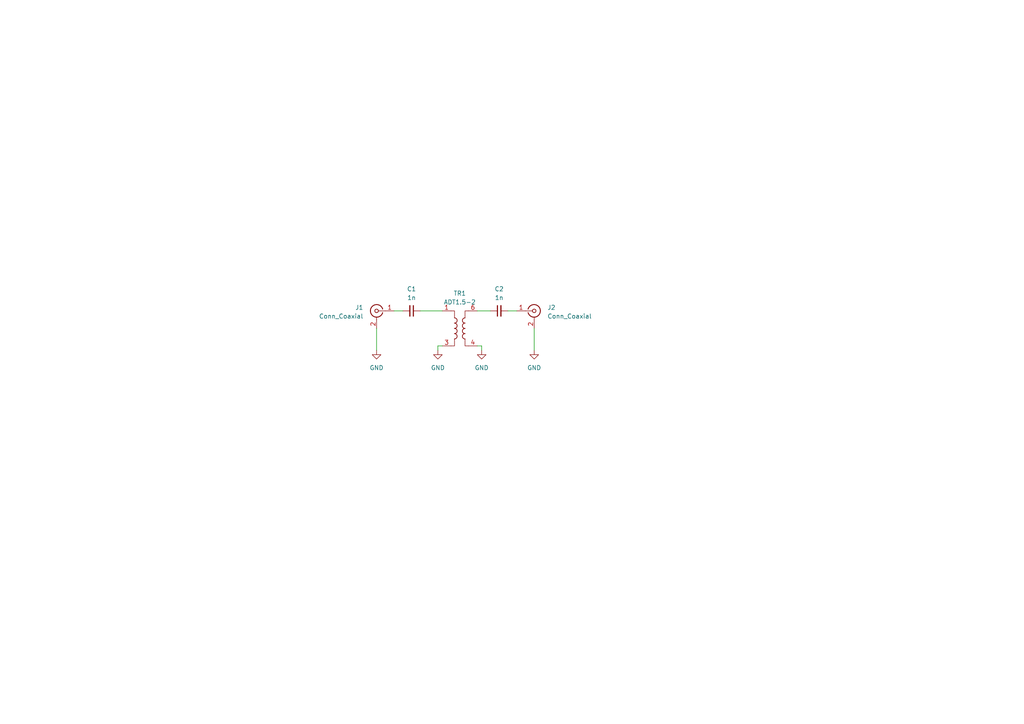
<source format=kicad_sch>
(kicad_sch
	(version 20250114)
	(generator "eeschema")
	(generator_version "9.0")
	(uuid "e644cc4c-0a4b-4588-9be3-92ade4582067")
	(paper "A4")
	(lib_symbols
		(symbol "Connector:Conn_Coaxial"
			(pin_names
				(offset 1.016)
				(hide yes)
			)
			(exclude_from_sim no)
			(in_bom yes)
			(on_board yes)
			(property "Reference" "J"
				(at 0.254 3.048 0)
				(effects
					(font
						(size 1.27 1.27)
					)
				)
			)
			(property "Value" "Conn_Coaxial"
				(at 2.921 0 90)
				(effects
					(font
						(size 1.27 1.27)
					)
				)
			)
			(property "Footprint" ""
				(at 0 0 0)
				(effects
					(font
						(size 1.27 1.27)
					)
					(hide yes)
				)
			)
			(property "Datasheet" "~"
				(at 0 0 0)
				(effects
					(font
						(size 1.27 1.27)
					)
					(hide yes)
				)
			)
			(property "Description" "coaxial connector (BNC, SMA, SMB, SMC, Cinch/RCA, LEMO, ...)"
				(at 0 0 0)
				(effects
					(font
						(size 1.27 1.27)
					)
					(hide yes)
				)
			)
			(property "ki_keywords" "BNC SMA SMB SMC LEMO coaxial connector CINCH RCA MCX MMCX U.FL UMRF"
				(at 0 0 0)
				(effects
					(font
						(size 1.27 1.27)
					)
					(hide yes)
				)
			)
			(property "ki_fp_filters" "*BNC* *SMA* *SMB* *SMC* *Cinch* *LEMO* *UMRF* *MCX* *U.FL*"
				(at 0 0 0)
				(effects
					(font
						(size 1.27 1.27)
					)
					(hide yes)
				)
			)
			(symbol "Conn_Coaxial_0_1"
				(polyline
					(pts
						(xy -2.54 0) (xy -0.508 0)
					)
					(stroke
						(width 0)
						(type default)
					)
					(fill
						(type none)
					)
				)
				(arc
					(start 1.778 0)
					(mid 0.222 -1.8079)
					(end -1.778 -0.508)
					(stroke
						(width 0.254)
						(type default)
					)
					(fill
						(type none)
					)
				)
				(arc
					(start -1.778 0.508)
					(mid 0.2221 1.8084)
					(end 1.778 0)
					(stroke
						(width 0.254)
						(type default)
					)
					(fill
						(type none)
					)
				)
				(circle
					(center 0 0)
					(radius 0.508)
					(stroke
						(width 0.2032)
						(type default)
					)
					(fill
						(type none)
					)
				)
				(polyline
					(pts
						(xy 0 -2.54) (xy 0 -1.778)
					)
					(stroke
						(width 0)
						(type default)
					)
					(fill
						(type none)
					)
				)
			)
			(symbol "Conn_Coaxial_1_1"
				(pin passive line
					(at -5.08 0 0)
					(length 2.54)
					(name "In"
						(effects
							(font
								(size 1.27 1.27)
							)
						)
					)
					(number "1"
						(effects
							(font
								(size 1.27 1.27)
							)
						)
					)
				)
				(pin passive line
					(at 0 -5.08 90)
					(length 2.54)
					(name "Ext"
						(effects
							(font
								(size 1.27 1.27)
							)
						)
					)
					(number "2"
						(effects
							(font
								(size 1.27 1.27)
							)
						)
					)
				)
			)
			(embedded_fonts no)
		)
		(symbol "Device:C_Small"
			(pin_numbers
				(hide yes)
			)
			(pin_names
				(offset 0.254)
				(hide yes)
			)
			(exclude_from_sim no)
			(in_bom yes)
			(on_board yes)
			(property "Reference" "C"
				(at 0.254 1.778 0)
				(effects
					(font
						(size 1.27 1.27)
					)
					(justify left)
				)
			)
			(property "Value" "C_Small"
				(at 0.254 -2.032 0)
				(effects
					(font
						(size 1.27 1.27)
					)
					(justify left)
				)
			)
			(property "Footprint" ""
				(at 0 0 0)
				(effects
					(font
						(size 1.27 1.27)
					)
					(hide yes)
				)
			)
			(property "Datasheet" "~"
				(at 0 0 0)
				(effects
					(font
						(size 1.27 1.27)
					)
					(hide yes)
				)
			)
			(property "Description" "Unpolarized capacitor, small symbol"
				(at 0 0 0)
				(effects
					(font
						(size 1.27 1.27)
					)
					(hide yes)
				)
			)
			(property "ki_keywords" "capacitor cap"
				(at 0 0 0)
				(effects
					(font
						(size 1.27 1.27)
					)
					(hide yes)
				)
			)
			(property "ki_fp_filters" "C_*"
				(at 0 0 0)
				(effects
					(font
						(size 1.27 1.27)
					)
					(hide yes)
				)
			)
			(symbol "C_Small_0_1"
				(polyline
					(pts
						(xy -1.524 0.508) (xy 1.524 0.508)
					)
					(stroke
						(width 0.3048)
						(type default)
					)
					(fill
						(type none)
					)
				)
				(polyline
					(pts
						(xy -1.524 -0.508) (xy 1.524 -0.508)
					)
					(stroke
						(width 0.3302)
						(type default)
					)
					(fill
						(type none)
					)
				)
			)
			(symbol "C_Small_1_1"
				(pin passive line
					(at 0 2.54 270)
					(length 2.032)
					(name "~"
						(effects
							(font
								(size 1.27 1.27)
							)
						)
					)
					(number "1"
						(effects
							(font
								(size 1.27 1.27)
							)
						)
					)
				)
				(pin passive line
					(at 0 -2.54 90)
					(length 2.032)
					(name "~"
						(effects
							(font
								(size 1.27 1.27)
							)
						)
					)
					(number "2"
						(effects
							(font
								(size 1.27 1.27)
							)
						)
					)
				)
			)
			(embedded_fonts no)
		)
		(symbol "Transformer:ADT1.5-2"
			(pin_names
				(hide yes)
			)
			(exclude_from_sim no)
			(in_bom yes)
			(on_board yes)
			(property "Reference" "TR"
				(at 0 6.35 0)
				(effects
					(font
						(size 1.27 1.27)
					)
				)
			)
			(property "Value" "ADT1.5-2"
				(at 0 -6.35 0)
				(effects
					(font
						(size 1.27 1.27)
					)
				)
			)
			(property "Footprint" "RF_Mini-Circuits:Mini-Circuits_CD636_H4.11mm"
				(at 0 -8.89 0)
				(effects
					(font
						(size 1.27 1.27)
					)
					(hide yes)
				)
			)
			(property "Datasheet" "https://www.minicircuits.com/pdfs/ADT1.5-2+.pdf"
				(at 0 0 0)
				(effects
					(font
						(size 1.27 1.27)
					)
					(hide yes)
				)
			)
			(property "Description" "0.3-225MHz 1:1.5 RF Transformer, Balanced to Balanced, CD636"
				(at 0 0 0)
				(effects
					(font
						(size 1.27 1.27)
					)
					(hide yes)
				)
			)
			(property "ki_keywords" "Mini-Circuits RF Transformer"
				(at 0 0 0)
				(effects
					(font
						(size 1.27 1.27)
					)
					(hide yes)
				)
			)
			(property "ki_fp_filters" "Mini?Circuits*CD636*"
				(at 0 0 0)
				(effects
					(font
						(size 1.27 1.27)
					)
					(hide yes)
				)
			)
			(symbol "ADT1.5-2_0_1"
				(polyline
					(pts
						(xy -2.54 5.08) (xy -1.524 5.08) (xy -1.524 3.048)
					)
					(stroke
						(width 0.1524)
						(type default)
					)
					(fill
						(type none)
					)
				)
				(arc
					(start -1.524 3.048)
					(mid -0.7653 2.286)
					(end -1.524 1.524)
					(stroke
						(width 0.2032)
						(type default)
					)
					(fill
						(type none)
					)
				)
				(arc
					(start -1.524 1.524)
					(mid -0.7653 0.762)
					(end -1.524 0)
					(stroke
						(width 0.2032)
						(type default)
					)
					(fill
						(type none)
					)
				)
				(arc
					(start -1.524 0)
					(mid -0.7653 -0.762)
					(end -1.524 -1.524)
					(stroke
						(width 0.2032)
						(type default)
					)
					(fill
						(type none)
					)
				)
				(arc
					(start -1.524 -1.524)
					(mid -0.7653 -2.286)
					(end -1.524 -3.048)
					(stroke
						(width 0.2032)
						(type default)
					)
					(fill
						(type none)
					)
				)
				(polyline
					(pts
						(xy -1.524 -3.048) (xy -1.524 -5.08) (xy -2.54 -5.08)
					)
					(stroke
						(width 0.1524)
						(type default)
					)
					(fill
						(type none)
					)
				)
				(polyline
					(pts
						(xy 1.524 3.048) (xy 1.524 5.08) (xy 2.54 5.08)
					)
					(stroke
						(width 0.1524)
						(type default)
					)
					(fill
						(type none)
					)
				)
				(arc
					(start 1.524 1.524)
					(mid 0.7653 2.286)
					(end 1.524 3.048)
					(stroke
						(width 0.2032)
						(type default)
					)
					(fill
						(type none)
					)
				)
				(arc
					(start 1.524 0)
					(mid 0.7653 0.762)
					(end 1.524 1.524)
					(stroke
						(width 0.2032)
						(type default)
					)
					(fill
						(type none)
					)
				)
				(arc
					(start 1.524 -1.524)
					(mid 0.7653 -0.762)
					(end 1.524 0)
					(stroke
						(width 0.2032)
						(type default)
					)
					(fill
						(type none)
					)
				)
				(arc
					(start 1.524 -3.048)
					(mid 0.7653 -2.286)
					(end 1.524 -1.524)
					(stroke
						(width 0.2032)
						(type default)
					)
					(fill
						(type none)
					)
				)
				(polyline
					(pts
						(xy 2.54 -5.08) (xy 1.524 -5.08) (xy 1.524 -3.048)
					)
					(stroke
						(width 0.1524)
						(type default)
					)
					(fill
						(type none)
					)
				)
			)
			(symbol "ADT1.5-2_1_1"
				(pin passive line
					(at -5.08 5.08 0)
					(length 2.54)
					(name "~"
						(effects
							(font
								(size 1.27 1.27)
							)
						)
					)
					(number "3"
						(effects
							(font
								(size 1.27 1.27)
							)
						)
					)
				)
				(pin passive line
					(at -5.08 -5.08 0)
					(length 2.54)
					(name "~"
						(effects
							(font
								(size 1.27 1.27)
							)
						)
					)
					(number "1"
						(effects
							(font
								(size 1.27 1.27)
							)
						)
					)
				)
				(pin passive line
					(at 5.08 5.08 180)
					(length 2.54)
					(name "~"
						(effects
							(font
								(size 1.27 1.27)
							)
						)
					)
					(number "4"
						(effects
							(font
								(size 1.27 1.27)
							)
						)
					)
				)
				(pin passive line
					(at 5.08 -5.08 180)
					(length 2.54)
					(name "~"
						(effects
							(font
								(size 1.27 1.27)
							)
						)
					)
					(number "6"
						(effects
							(font
								(size 1.27 1.27)
							)
						)
					)
				)
			)
			(embedded_fonts no)
		)
		(symbol "power:GND"
			(power)
			(pin_names
				(offset 0)
			)
			(exclude_from_sim no)
			(in_bom yes)
			(on_board yes)
			(property "Reference" "#PWR"
				(at 0 -6.35 0)
				(effects
					(font
						(size 1.27 1.27)
					)
					(hide yes)
				)
			)
			(property "Value" "GND"
				(at 0 -3.81 0)
				(effects
					(font
						(size 1.27 1.27)
					)
				)
			)
			(property "Footprint" ""
				(at 0 0 0)
				(effects
					(font
						(size 1.27 1.27)
					)
					(hide yes)
				)
			)
			(property "Datasheet" ""
				(at 0 0 0)
				(effects
					(font
						(size 1.27 1.27)
					)
					(hide yes)
				)
			)
			(property "Description" "Power symbol creates a global label with name \"GND\" , ground"
				(at 0 0 0)
				(effects
					(font
						(size 1.27 1.27)
					)
					(hide yes)
				)
			)
			(property "ki_keywords" "global power"
				(at 0 0 0)
				(effects
					(font
						(size 1.27 1.27)
					)
					(hide yes)
				)
			)
			(symbol "GND_0_1"
				(polyline
					(pts
						(xy 0 0) (xy 0 -1.27) (xy 1.27 -1.27) (xy 0 -2.54) (xy -1.27 -1.27) (xy 0 -1.27)
					)
					(stroke
						(width 0)
						(type default)
					)
					(fill
						(type none)
					)
				)
			)
			(symbol "GND_1_1"
				(pin power_in line
					(at 0 0 270)
					(length 0)
					(hide yes)
					(name "GND"
						(effects
							(font
								(size 1.27 1.27)
							)
						)
					)
					(number "1"
						(effects
							(font
								(size 1.27 1.27)
							)
						)
					)
				)
			)
			(embedded_fonts no)
		)
	)
	(wire
		(pts
			(xy 154.94 95.25) (xy 154.94 101.6)
		)
		(stroke
			(width 0)
			(type default)
		)
		(uuid "16ec2f8e-a9d2-495b-923e-720258256b89")
	)
	(wire
		(pts
			(xy 147.32 90.17) (xy 149.86 90.17)
		)
		(stroke
			(width 0)
			(type default)
		)
		(uuid "47ecfc34-c830-41fd-bab2-e212febf7ee9")
	)
	(wire
		(pts
			(xy 109.22 95.25) (xy 109.22 101.6)
		)
		(stroke
			(width 0)
			(type default)
		)
		(uuid "67098749-d129-4b80-8240-49d1fd910a32")
	)
	(wire
		(pts
			(xy 127 100.33) (xy 128.27 100.33)
		)
		(stroke
			(width 0)
			(type default)
		)
		(uuid "6c40185d-9088-48ff-b90e-605590b971b3")
	)
	(wire
		(pts
			(xy 127 100.33) (xy 127 101.6)
		)
		(stroke
			(width 0)
			(type default)
		)
		(uuid "8d1e8844-0b61-4246-941a-b948515c99cf")
	)
	(wire
		(pts
			(xy 139.7 100.33) (xy 139.7 101.6)
		)
		(stroke
			(width 0)
			(type default)
		)
		(uuid "952c7c9b-d570-4b5b-9493-9611c83abeb3")
	)
	(wire
		(pts
			(xy 114.3 90.17) (xy 116.84 90.17)
		)
		(stroke
			(width 0)
			(type default)
		)
		(uuid "b5b6e9ec-052f-490c-9ff2-70ebbad70446")
	)
	(wire
		(pts
			(xy 121.92 90.17) (xy 128.27 90.17)
		)
		(stroke
			(width 0)
			(type default)
		)
		(uuid "bff40a38-6bfb-4c52-9d59-82ac8db7e916")
	)
	(wire
		(pts
			(xy 138.43 90.17) (xy 142.24 90.17)
		)
		(stroke
			(width 0)
			(type default)
		)
		(uuid "c954b98a-b353-4bd1-b2b7-b5436da4e11d")
	)
	(wire
		(pts
			(xy 138.43 100.33) (xy 139.7 100.33)
		)
		(stroke
			(width 0)
			(type default)
		)
		(uuid "ed59cbc9-8ec5-4e8b-bb70-a756877ecb2f")
	)
	(symbol
		(lib_id "Device:C_Small")
		(at 119.38 90.17 270)
		(unit 1)
		(exclude_from_sim no)
		(in_bom yes)
		(on_board yes)
		(dnp no)
		(fields_autoplaced yes)
		(uuid "1b365ab1-3d3c-44e3-8a2d-851be7618f61")
		(property "Reference" "C1"
			(at 119.3736 83.82 90)
			(effects
				(font
					(size 1.27 1.27)
				)
			)
		)
		(property "Value" "1n"
			(at 119.3736 86.36 90)
			(effects
				(font
					(size 1.27 1.27)
				)
			)
		)
		(property "Footprint" "Capacitor_SMD:C_1206_3216Metric"
			(at 119.38 90.17 0)
			(effects
				(font
					(size 1.27 1.27)
				)
				(hide yes)
			)
		)
		(property "Datasheet" "~"
			(at 119.38 90.17 0)
			(effects
				(font
					(size 1.27 1.27)
				)
				(hide yes)
			)
		)
		(property "Description" ""
			(at 119.38 90.17 0)
			(effects
				(font
					(size 1.27 1.27)
				)
				(hide yes)
			)
		)
		(pin "1"
			(uuid "f82c2e53-4820-4c8f-aaf4-4d0329394bfa")
		)
		(pin "2"
			(uuid "aaae8575-0ae4-42f3-b161-fd320fa31f9b")
		)
		(instances
			(project "Konwerter_impendancji"
				(path "/e644cc4c-0a4b-4588-9be3-92ade4582067"
					(reference "C1")
					(unit 1)
				)
			)
		)
	)
	(symbol
		(lib_id "power:GND")
		(at 139.7 101.6 0)
		(unit 1)
		(exclude_from_sim no)
		(in_bom yes)
		(on_board yes)
		(dnp no)
		(fields_autoplaced yes)
		(uuid "29a56170-5e47-4642-9d33-f3404f846f68")
		(property "Reference" "#PWR03"
			(at 139.7 107.95 0)
			(effects
				(font
					(size 1.27 1.27)
				)
				(hide yes)
			)
		)
		(property "Value" "GND"
			(at 139.7 106.68 0)
			(effects
				(font
					(size 1.27 1.27)
				)
			)
		)
		(property "Footprint" ""
			(at 139.7 101.6 0)
			(effects
				(font
					(size 1.27 1.27)
				)
				(hide yes)
			)
		)
		(property "Datasheet" ""
			(at 139.7 101.6 0)
			(effects
				(font
					(size 1.27 1.27)
				)
				(hide yes)
			)
		)
		(property "Description" ""
			(at 139.7 101.6 0)
			(effects
				(font
					(size 1.27 1.27)
				)
				(hide yes)
			)
		)
		(pin "1"
			(uuid "f8a588bd-233f-4905-a565-94ceeec0dabd")
		)
		(instances
			(project "Konwerter_impendancji"
				(path "/e644cc4c-0a4b-4588-9be3-92ade4582067"
					(reference "#PWR03")
					(unit 1)
				)
			)
		)
	)
	(symbol
		(lib_id "power:GND")
		(at 154.94 101.6 0)
		(unit 1)
		(exclude_from_sim no)
		(in_bom yes)
		(on_board yes)
		(dnp no)
		(fields_autoplaced yes)
		(uuid "3dad7964-326a-434f-98f7-46898bacf6d7")
		(property "Reference" "#PWR04"
			(at 154.94 107.95 0)
			(effects
				(font
					(size 1.27 1.27)
				)
				(hide yes)
			)
		)
		(property "Value" "GND"
			(at 154.94 106.68 0)
			(effects
				(font
					(size 1.27 1.27)
				)
			)
		)
		(property "Footprint" ""
			(at 154.94 101.6 0)
			(effects
				(font
					(size 1.27 1.27)
				)
				(hide yes)
			)
		)
		(property "Datasheet" ""
			(at 154.94 101.6 0)
			(effects
				(font
					(size 1.27 1.27)
				)
				(hide yes)
			)
		)
		(property "Description" ""
			(at 154.94 101.6 0)
			(effects
				(font
					(size 1.27 1.27)
				)
				(hide yes)
			)
		)
		(pin "1"
			(uuid "87303fe0-16a7-43b3-92a3-a2f2050ae500")
		)
		(instances
			(project "Konwerter_impendancji"
				(path "/e644cc4c-0a4b-4588-9be3-92ade4582067"
					(reference "#PWR04")
					(unit 1)
				)
			)
		)
	)
	(symbol
		(lib_id "Connector:Conn_Coaxial")
		(at 154.94 90.17 0)
		(unit 1)
		(exclude_from_sim no)
		(in_bom yes)
		(on_board yes)
		(dnp no)
		(fields_autoplaced yes)
		(uuid "86fb623f-c671-4c9e-b9ad-74d96a897d27")
		(property "Reference" "J2"
			(at 158.75 89.1932 0)
			(effects
				(font
					(size 1.27 1.27)
				)
				(justify left)
			)
		)
		(property "Value" "Conn_Coaxial"
			(at 158.75 91.7332 0)
			(effects
				(font
					(size 1.27 1.27)
				)
				(justify left)
			)
		)
		(property "Footprint" "Konektory:Coax_F_female_poziomy"
			(at 154.94 90.17 0)
			(effects
				(font
					(size 1.27 1.27)
				)
				(hide yes)
			)
		)
		(property "Datasheet" " ~"
			(at 154.94 90.17 0)
			(effects
				(font
					(size 1.27 1.27)
				)
				(hide yes)
			)
		)
		(property "Description" ""
			(at 154.94 90.17 0)
			(effects
				(font
					(size 1.27 1.27)
				)
				(hide yes)
			)
		)
		(pin "1"
			(uuid "4f90b289-1360-4311-abbf-63830a8f2403")
		)
		(pin "2"
			(uuid "abcd31b8-5c6d-40c5-8e1e-5b0344b3f1be")
		)
		(instances
			(project "Konwerter_impendancji"
				(path "/e644cc4c-0a4b-4588-9be3-92ade4582067"
					(reference "J2")
					(unit 1)
				)
			)
		)
	)
	(symbol
		(lib_id "Connector:Conn_Coaxial")
		(at 109.22 90.17 0)
		(mirror y)
		(unit 1)
		(exclude_from_sim no)
		(in_bom yes)
		(on_board yes)
		(dnp no)
		(uuid "b06cde96-5f09-4220-ba66-04cf829ae216")
		(property "Reference" "J1"
			(at 105.41 89.1932 0)
			(effects
				(font
					(size 1.27 1.27)
				)
				(justify left)
			)
		)
		(property "Value" "Conn_Coaxial"
			(at 105.41 91.7332 0)
			(effects
				(font
					(size 1.27 1.27)
				)
				(justify left)
			)
		)
		(property "Footprint" "Connector_Coaxial:SMA_Molex_73251-1153_EdgeMount_Horizontal"
			(at 109.22 90.17 0)
			(effects
				(font
					(size 1.27 1.27)
				)
				(hide yes)
			)
		)
		(property "Datasheet" " ~"
			(at 109.22 90.17 0)
			(effects
				(font
					(size 1.27 1.27)
				)
				(hide yes)
			)
		)
		(property "Description" ""
			(at 109.22 90.17 0)
			(effects
				(font
					(size 1.27 1.27)
				)
				(hide yes)
			)
		)
		(pin "2"
			(uuid "dd35717d-3318-4b2d-bfda-61f043a6a993")
		)
		(pin "1"
			(uuid "97bb9bbd-ad34-49cf-965b-419150681c52")
		)
		(instances
			(project "Konwerter_impendancji"
				(path "/e644cc4c-0a4b-4588-9be3-92ade4582067"
					(reference "J1")
					(unit 1)
				)
			)
		)
	)
	(symbol
		(lib_id "Transformer:ADT1.5-2")
		(at 133.35 95.25 0)
		(mirror x)
		(unit 1)
		(exclude_from_sim no)
		(in_bom yes)
		(on_board yes)
		(dnp no)
		(uuid "d79fdcf4-eb51-4747-94c6-2f52f262add6")
		(property "Reference" "TR1"
			(at 133.35 85.09 0)
			(effects
				(font
					(size 1.27 1.27)
				)
			)
		)
		(property "Value" "ADT1.5-2"
			(at 133.35 87.63 0)
			(effects
				(font
					(size 1.27 1.27)
				)
			)
		)
		(property "Footprint" "Transformatory:Tranformator_Coilcraft_TTWB1015L"
			(at 133.35 86.36 0)
			(effects
				(font
					(size 1.27 1.27)
				)
				(hide yes)
			)
		)
		(property "Datasheet" "https://www.minicircuits.com/pdfs/ADT1.5-2+.pdf"
			(at 133.35 95.25 0)
			(effects
				(font
					(size 1.27 1.27)
				)
				(hide yes)
			)
		)
		(property "Description" ""
			(at 133.35 95.25 0)
			(effects
				(font
					(size 1.27 1.27)
				)
				(hide yes)
			)
		)
		(pin "4"
			(uuid "e2d11fe8-46ed-4971-b7b5-34148efdfbd6")
		)
		(pin "3"
			(uuid "73787236-539f-424d-8ba5-8e22270054e9")
		)
		(pin "6"
			(uuid "ef55236e-a88e-4094-83d8-3b342770c9d3")
		)
		(pin "1"
			(uuid "9f0637f7-f544-4e21-a866-440c4ff2c220")
		)
		(instances
			(project "Konwerter_impendancji"
				(path "/e644cc4c-0a4b-4588-9be3-92ade4582067"
					(reference "TR1")
					(unit 1)
				)
			)
		)
	)
	(symbol
		(lib_id "Device:C_Small")
		(at 144.78 90.17 90)
		(unit 1)
		(exclude_from_sim no)
		(in_bom yes)
		(on_board yes)
		(dnp no)
		(fields_autoplaced yes)
		(uuid "dac35ff5-5232-47fd-9599-8e50fadb7b0e")
		(property "Reference" "C2"
			(at 144.7863 83.82 90)
			(effects
				(font
					(size 1.27 1.27)
				)
			)
		)
		(property "Value" "1n"
			(at 144.7863 86.36 90)
			(effects
				(font
					(size 1.27 1.27)
				)
			)
		)
		(property "Footprint" "Capacitor_SMD:C_1206_3216Metric"
			(at 144.78 90.17 0)
			(effects
				(font
					(size 1.27 1.27)
				)
				(hide yes)
			)
		)
		(property "Datasheet" "~"
			(at 144.78 90.17 0)
			(effects
				(font
					(size 1.27 1.27)
				)
				(hide yes)
			)
		)
		(property "Description" ""
			(at 144.78 90.17 0)
			(effects
				(font
					(size 1.27 1.27)
				)
				(hide yes)
			)
		)
		(pin "2"
			(uuid "2594f4f2-a7bd-464c-a1de-e51bfbee5a42")
		)
		(pin "1"
			(uuid "d7b5d8fc-5ccf-4eae-8c57-f6bca3d21b62")
		)
		(instances
			(project "Konwerter_impendancji"
				(path "/e644cc4c-0a4b-4588-9be3-92ade4582067"
					(reference "C2")
					(unit 1)
				)
			)
		)
	)
	(symbol
		(lib_id "power:GND")
		(at 109.22 101.6 0)
		(unit 1)
		(exclude_from_sim no)
		(in_bom yes)
		(on_board yes)
		(dnp no)
		(fields_autoplaced yes)
		(uuid "dfbee1d2-a01e-4224-a284-2a131c241646")
		(property "Reference" "#PWR01"
			(at 109.22 107.95 0)
			(effects
				(font
					(size 1.27 1.27)
				)
				(hide yes)
			)
		)
		(property "Value" "GND"
			(at 109.22 106.68 0)
			(effects
				(font
					(size 1.27 1.27)
				)
			)
		)
		(property "Footprint" ""
			(at 109.22 101.6 0)
			(effects
				(font
					(size 1.27 1.27)
				)
				(hide yes)
			)
		)
		(property "Datasheet" ""
			(at 109.22 101.6 0)
			(effects
				(font
					(size 1.27 1.27)
				)
				(hide yes)
			)
		)
		(property "Description" ""
			(at 109.22 101.6 0)
			(effects
				(font
					(size 1.27 1.27)
				)
				(hide yes)
			)
		)
		(pin "1"
			(uuid "06e60eb9-9e6c-46a5-a206-cdefa77a8405")
		)
		(instances
			(project "Konwerter_impendancji"
				(path "/e644cc4c-0a4b-4588-9be3-92ade4582067"
					(reference "#PWR01")
					(unit 1)
				)
			)
		)
	)
	(symbol
		(lib_id "power:GND")
		(at 127 101.6 0)
		(unit 1)
		(exclude_from_sim no)
		(in_bom yes)
		(on_board yes)
		(dnp no)
		(fields_autoplaced yes)
		(uuid "ed77d4f0-ca45-47d3-9a32-84aea5960ddc")
		(property "Reference" "#PWR02"
			(at 127 107.95 0)
			(effects
				(font
					(size 1.27 1.27)
				)
				(hide yes)
			)
		)
		(property "Value" "GND"
			(at 127 106.68 0)
			(effects
				(font
					(size 1.27 1.27)
				)
			)
		)
		(property "Footprint" ""
			(at 127 101.6 0)
			(effects
				(font
					(size 1.27 1.27)
				)
				(hide yes)
			)
		)
		(property "Datasheet" ""
			(at 127 101.6 0)
			(effects
				(font
					(size 1.27 1.27)
				)
				(hide yes)
			)
		)
		(property "Description" ""
			(at 127 101.6 0)
			(effects
				(font
					(size 1.27 1.27)
				)
				(hide yes)
			)
		)
		(pin "1"
			(uuid "5e59e3d4-9b8d-4709-852a-7705ed978cf9")
		)
		(instances
			(project "Konwerter_impendancji"
				(path "/e644cc4c-0a4b-4588-9be3-92ade4582067"
					(reference "#PWR02")
					(unit 1)
				)
			)
		)
	)
	(sheet_instances
		(path "/"
			(page "1")
		)
	)
	(embedded_fonts no)
)

</source>
